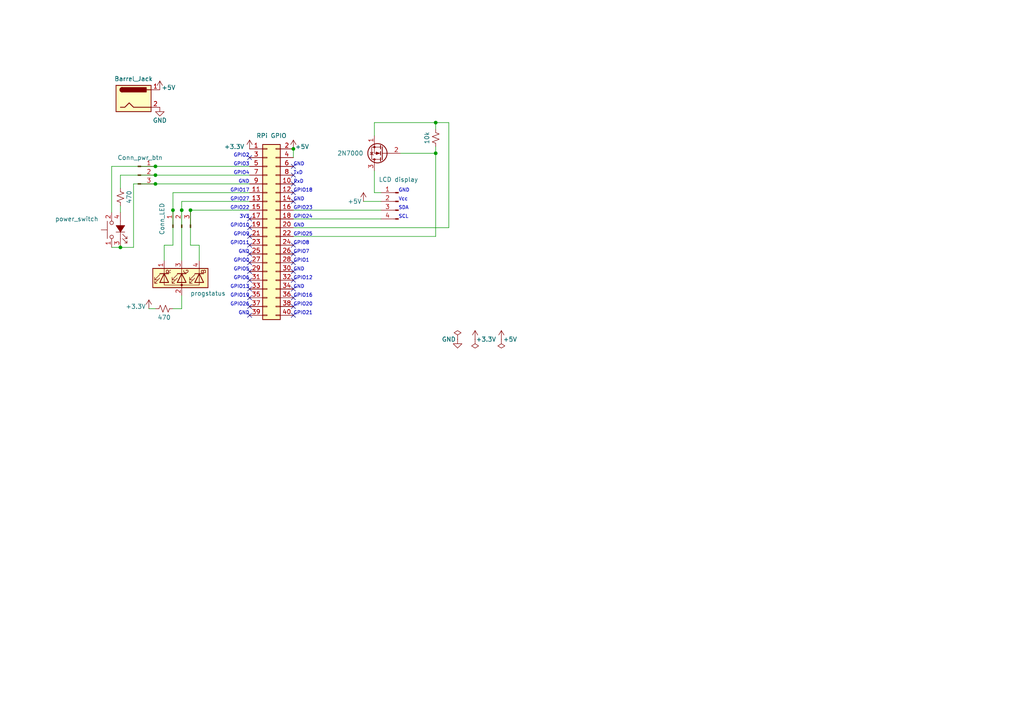
<source format=kicad_sch>
(kicad_sch (version 20230121) (generator eeschema)

  (uuid 5450171c-56ad-4342-93c8-b7157e6682f0)

  (paper "A4")

  (lib_symbols
    (symbol "Connector:Barrel_Jack" (pin_names (offset 1.016)) (in_bom yes) (on_board yes)
      (property "Reference" "J" (at 0 5.334 0)
        (effects (font (size 1.27 1.27)))
      )
      (property "Value" "Barrel_Jack" (at 0 -5.08 0)
        (effects (font (size 1.27 1.27)))
      )
      (property "Footprint" "" (at 1.27 -1.016 0)
        (effects (font (size 1.27 1.27)) hide)
      )
      (property "Datasheet" "~" (at 1.27 -1.016 0)
        (effects (font (size 1.27 1.27)) hide)
      )
      (property "ki_keywords" "DC power barrel jack connector" (at 0 0 0)
        (effects (font (size 1.27 1.27)) hide)
      )
      (property "ki_description" "DC Barrel Jack" (at 0 0 0)
        (effects (font (size 1.27 1.27)) hide)
      )
      (property "ki_fp_filters" "BarrelJack*" (at 0 0 0)
        (effects (font (size 1.27 1.27)) hide)
      )
      (symbol "Barrel_Jack_0_1"
        (rectangle (start -5.08 3.81) (end 5.08 -3.81)
          (stroke (width 0.254) (type default))
          (fill (type background))
        )
        (arc (start -3.302 3.175) (mid -3.9343 2.54) (end -3.302 1.905)
          (stroke (width 0.254) (type default))
          (fill (type none))
        )
        (arc (start -3.302 3.175) (mid -3.9343 2.54) (end -3.302 1.905)
          (stroke (width 0.254) (type default))
          (fill (type outline))
        )
        (polyline
          (pts
            (xy 5.08 2.54)
            (xy 3.81 2.54)
          )
          (stroke (width 0.254) (type default))
          (fill (type none))
        )
        (polyline
          (pts
            (xy -3.81 -2.54)
            (xy -2.54 -2.54)
            (xy -1.27 -1.27)
            (xy 0 -2.54)
            (xy 2.54 -2.54)
            (xy 5.08 -2.54)
          )
          (stroke (width 0.254) (type default))
          (fill (type none))
        )
        (rectangle (start 3.683 3.175) (end -3.302 1.905)
          (stroke (width 0.254) (type default))
          (fill (type outline))
        )
      )
      (symbol "Barrel_Jack_1_1"
        (pin passive line (at 7.62 2.54 180) (length 2.54)
          (name "~" (effects (font (size 1.27 1.27))))
          (number "1" (effects (font (size 1.27 1.27))))
        )
        (pin passive line (at 7.62 -2.54 180) (length 2.54)
          (name "~" (effects (font (size 1.27 1.27))))
          (number "2" (effects (font (size 1.27 1.27))))
        )
      )
    )
    (symbol "Connector:Conn_01x03_Pin" (pin_names (offset 1.016) hide) (in_bom yes) (on_board yes)
      (property "Reference" "J" (at 0 5.08 0)
        (effects (font (size 1.27 1.27)))
      )
      (property "Value" "Conn_01x03_Pin" (at 0 -5.08 0)
        (effects (font (size 1.27 1.27)))
      )
      (property "Footprint" "" (at 0 0 0)
        (effects (font (size 1.27 1.27)) hide)
      )
      (property "Datasheet" "~" (at 0 0 0)
        (effects (font (size 1.27 1.27)) hide)
      )
      (property "ki_locked" "" (at 0 0 0)
        (effects (font (size 1.27 1.27)))
      )
      (property "ki_keywords" "connector" (at 0 0 0)
        (effects (font (size 1.27 1.27)) hide)
      )
      (property "ki_description" "Generic connector, single row, 01x03, script generated" (at 0 0 0)
        (effects (font (size 1.27 1.27)) hide)
      )
      (property "ki_fp_filters" "Connector*:*_1x??_*" (at 0 0 0)
        (effects (font (size 1.27 1.27)) hide)
      )
      (symbol "Conn_01x03_Pin_1_1"
        (polyline
          (pts
            (xy 1.27 -2.54)
            (xy 0.8636 -2.54)
          )
          (stroke (width 0.1524) (type default))
          (fill (type none))
        )
        (polyline
          (pts
            (xy 1.27 0)
            (xy 0.8636 0)
          )
          (stroke (width 0.1524) (type default))
          (fill (type none))
        )
        (polyline
          (pts
            (xy 1.27 2.54)
            (xy 0.8636 2.54)
          )
          (stroke (width 0.1524) (type default))
          (fill (type none))
        )
        (rectangle (start 0.8636 -2.413) (end 0 -2.667)
          (stroke (width 0.1524) (type default))
          (fill (type outline))
        )
        (rectangle (start 0.8636 0.127) (end 0 -0.127)
          (stroke (width 0.1524) (type default))
          (fill (type outline))
        )
        (rectangle (start 0.8636 2.667) (end 0 2.413)
          (stroke (width 0.1524) (type default))
          (fill (type outline))
        )
        (pin passive line (at 5.08 2.54 180) (length 3.81)
          (name "Pin_1" (effects (font (size 1.27 1.27))))
          (number "1" (effects (font (size 1.27 1.27))))
        )
        (pin passive line (at 5.08 0 180) (length 3.81)
          (name "Pin_2" (effects (font (size 1.27 1.27))))
          (number "2" (effects (font (size 1.27 1.27))))
        )
        (pin passive line (at 5.08 -2.54 180) (length 3.81)
          (name "Pin_3" (effects (font (size 1.27 1.27))))
          (number "3" (effects (font (size 1.27 1.27))))
        )
      )
    )
    (symbol "Connector:Conn_01x04_Pin" (pin_names (offset 1.016) hide) (in_bom yes) (on_board yes)
      (property "Reference" "J" (at 0 5.08 0)
        (effects (font (size 1.27 1.27)))
      )
      (property "Value" "Conn_01x04_Pin" (at 0 -7.62 0)
        (effects (font (size 1.27 1.27)))
      )
      (property "Footprint" "" (at 0 0 0)
        (effects (font (size 1.27 1.27)) hide)
      )
      (property "Datasheet" "~" (at 0 0 0)
        (effects (font (size 1.27 1.27)) hide)
      )
      (property "ki_locked" "" (at 0 0 0)
        (effects (font (size 1.27 1.27)))
      )
      (property "ki_keywords" "connector" (at 0 0 0)
        (effects (font (size 1.27 1.27)) hide)
      )
      (property "ki_description" "Generic connector, single row, 01x04, script generated" (at 0 0 0)
        (effects (font (size 1.27 1.27)) hide)
      )
      (property "ki_fp_filters" "Connector*:*_1x??_*" (at 0 0 0)
        (effects (font (size 1.27 1.27)) hide)
      )
      (symbol "Conn_01x04_Pin_1_1"
        (polyline
          (pts
            (xy 1.27 -5.08)
            (xy 0.8636 -5.08)
          )
          (stroke (width 0.1524) (type default))
          (fill (type none))
        )
        (polyline
          (pts
            (xy 1.27 -2.54)
            (xy 0.8636 -2.54)
          )
          (stroke (width 0.1524) (type default))
          (fill (type none))
        )
        (polyline
          (pts
            (xy 1.27 0)
            (xy 0.8636 0)
          )
          (stroke (width 0.1524) (type default))
          (fill (type none))
        )
        (polyline
          (pts
            (xy 1.27 2.54)
            (xy 0.8636 2.54)
          )
          (stroke (width 0.1524) (type default))
          (fill (type none))
        )
        (rectangle (start 0.8636 -4.953) (end 0 -5.207)
          (stroke (width 0.1524) (type default))
          (fill (type outline))
        )
        (rectangle (start 0.8636 -2.413) (end 0 -2.667)
          (stroke (width 0.1524) (type default))
          (fill (type outline))
        )
        (rectangle (start 0.8636 0.127) (end 0 -0.127)
          (stroke (width 0.1524) (type default))
          (fill (type outline))
        )
        (rectangle (start 0.8636 2.667) (end 0 2.413)
          (stroke (width 0.1524) (type default))
          (fill (type outline))
        )
        (pin passive line (at 5.08 2.54 180) (length 3.81)
          (name "Pin_1" (effects (font (size 1.27 1.27))))
          (number "1" (effects (font (size 1.27 1.27))))
        )
        (pin passive line (at 5.08 0 180) (length 3.81)
          (name "Pin_2" (effects (font (size 1.27 1.27))))
          (number "2" (effects (font (size 1.27 1.27))))
        )
        (pin passive line (at 5.08 -2.54 180) (length 3.81)
          (name "Pin_3" (effects (font (size 1.27 1.27))))
          (number "3" (effects (font (size 1.27 1.27))))
        )
        (pin passive line (at 5.08 -5.08 180) (length 3.81)
          (name "Pin_4" (effects (font (size 1.27 1.27))))
          (number "4" (effects (font (size 1.27 1.27))))
        )
      )
    )
    (symbol "Connector_Generic:Conn_02x20_Odd_Even" (pin_names (offset 1.016) hide) (in_bom yes) (on_board yes)
      (property "Reference" "J" (at 1.27 25.4 0)
        (effects (font (size 1.27 1.27)))
      )
      (property "Value" "Conn_02x20_Odd_Even" (at 1.27 -27.94 0)
        (effects (font (size 1.27 1.27)))
      )
      (property "Footprint" "" (at 0 0 0)
        (effects (font (size 1.27 1.27)) hide)
      )
      (property "Datasheet" "~" (at 0 0 0)
        (effects (font (size 1.27 1.27)) hide)
      )
      (property "ki_keywords" "connector" (at 0 0 0)
        (effects (font (size 1.27 1.27)) hide)
      )
      (property "ki_description" "Generic connector, double row, 02x20, odd/even pin numbering scheme (row 1 odd numbers, row 2 even numbers), script generated (kicad-library-utils/schlib/autogen/connector/)" (at 0 0 0)
        (effects (font (size 1.27 1.27)) hide)
      )
      (property "ki_fp_filters" "Connector*:*_2x??_*" (at 0 0 0)
        (effects (font (size 1.27 1.27)) hide)
      )
      (symbol "Conn_02x20_Odd_Even_1_1"
        (rectangle (start -1.27 -25.273) (end 0 -25.527)
          (stroke (width 0.1524) (type default))
          (fill (type none))
        )
        (rectangle (start -1.27 -22.733) (end 0 -22.987)
          (stroke (width 0.1524) (type default))
          (fill (type none))
        )
        (rectangle (start -1.27 -20.193) (end 0 -20.447)
          (stroke (width 0.1524) (type default))
          (fill (type none))
        )
        (rectangle (start -1.27 -17.653) (end 0 -17.907)
          (stroke (width 0.1524) (type default))
          (fill (type none))
        )
        (rectangle (start -1.27 -15.113) (end 0 -15.367)
          (stroke (width 0.1524) (type default))
          (fill (type none))
        )
        (rectangle (start -1.27 -12.573) (end 0 -12.827)
          (stroke (width 0.1524) (type default))
          (fill (type none))
        )
        (rectangle (start -1.27 -10.033) (end 0 -10.287)
          (stroke (width 0.1524) (type default))
          (fill (type none))
        )
        (rectangle (start -1.27 -7.493) (end 0 -7.747)
          (stroke (width 0.1524) (type default))
          (fill (type none))
        )
        (rectangle (start -1.27 -4.953) (end 0 -5.207)
          (stroke (width 0.1524) (type default))
          (fill (type none))
        )
        (rectangle (start -1.27 -2.413) (end 0 -2.667)
          (stroke (width 0.1524) (type default))
          (fill (type none))
        )
        (rectangle (start -1.27 0.127) (end 0 -0.127)
          (stroke (width 0.1524) (type default))
          (fill (type none))
        )
        (rectangle (start -1.27 2.667) (end 0 2.413)
          (stroke (width 0.1524) (type default))
          (fill (type none))
        )
        (rectangle (start -1.27 5.207) (end 0 4.953)
          (stroke (width 0.1524) (type default))
          (fill (type none))
        )
        (rectangle (start -1.27 7.747) (end 0 7.493)
          (stroke (width 0.1524) (type default))
          (fill (type none))
        )
        (rectangle (start -1.27 10.287) (end 0 10.033)
          (stroke (width 0.1524) (type default))
          (fill (type none))
        )
        (rectangle (start -1.27 12.827) (end 0 12.573)
          (stroke (width 0.1524) (type default))
          (fill (type none))
        )
        (rectangle (start -1.27 15.367) (end 0 15.113)
          (stroke (width 0.1524) (type default))
          (fill (type none))
        )
        (rectangle (start -1.27 17.907) (end 0 17.653)
          (stroke (width 0.1524) (type default))
          (fill (type none))
        )
        (rectangle (start -1.27 20.447) (end 0 20.193)
          (stroke (width 0.1524) (type default))
          (fill (type none))
        )
        (rectangle (start -1.27 22.987) (end 0 22.733)
          (stroke (width 0.1524) (type default))
          (fill (type none))
        )
        (rectangle (start -1.27 24.13) (end 3.81 -26.67)
          (stroke (width 0.254) (type default))
          (fill (type background))
        )
        (rectangle (start 3.81 -25.273) (end 2.54 -25.527)
          (stroke (width 0.1524) (type default))
          (fill (type none))
        )
        (rectangle (start 3.81 -22.733) (end 2.54 -22.987)
          (stroke (width 0.1524) (type default))
          (fill (type none))
        )
        (rectangle (start 3.81 -20.193) (end 2.54 -20.447)
          (stroke (width 0.1524) (type default))
          (fill (type none))
        )
        (rectangle (start 3.81 -17.653) (end 2.54 -17.907)
          (stroke (width 0.1524) (type default))
          (fill (type none))
        )
        (rectangle (start 3.81 -15.113) (end 2.54 -15.367)
          (stroke (width 0.1524) (type default))
          (fill (type none))
        )
        (rectangle (start 3.81 -12.573) (end 2.54 -12.827)
          (stroke (width 0.1524) (type default))
          (fill (type none))
        )
        (rectangle (start 3.81 -10.033) (end 2.54 -10.287)
          (stroke (width 0.1524) (type default))
          (fill (type none))
        )
        (rectangle (start 3.81 -7.493) (end 2.54 -7.747)
          (stroke (width 0.1524) (type default))
          (fill (type none))
        )
        (rectangle (start 3.81 -4.953) (end 2.54 -5.207)
          (stroke (width 0.1524) (type default))
          (fill (type none))
        )
        (rectangle (start 3.81 -2.413) (end 2.54 -2.667)
          (stroke (width 0.1524) (type default))
          (fill (type none))
        )
        (rectangle (start 3.81 0.127) (end 2.54 -0.127)
          (stroke (width 0.1524) (type default))
          (fill (type none))
        )
        (rectangle (start 3.81 2.667) (end 2.54 2.413)
          (stroke (width 0.1524) (type default))
          (fill (type none))
        )
        (rectangle (start 3.81 5.207) (end 2.54 4.953)
          (stroke (width 0.1524) (type default))
          (fill (type none))
        )
        (rectangle (start 3.81 7.747) (end 2.54 7.493)
          (stroke (width 0.1524) (type default))
          (fill (type none))
        )
        (rectangle (start 3.81 10.287) (end 2.54 10.033)
          (stroke (width 0.1524) (type default))
          (fill (type none))
        )
        (rectangle (start 3.81 12.827) (end 2.54 12.573)
          (stroke (width 0.1524) (type default))
          (fill (type none))
        )
        (rectangle (start 3.81 15.367) (end 2.54 15.113)
          (stroke (width 0.1524) (type default))
          (fill (type none))
        )
        (rectangle (start 3.81 17.907) (end 2.54 17.653)
          (stroke (width 0.1524) (type default))
          (fill (type none))
        )
        (rectangle (start 3.81 20.447) (end 2.54 20.193)
          (stroke (width 0.1524) (type default))
          (fill (type none))
        )
        (rectangle (start 3.81 22.987) (end 2.54 22.733)
          (stroke (width 0.1524) (type default))
          (fill (type none))
        )
        (pin passive line (at -5.08 22.86 0) (length 3.81)
          (name "Pin_1" (effects (font (size 1.27 1.27))))
          (number "1" (effects (font (size 1.27 1.27))))
        )
        (pin passive line (at 7.62 12.7 180) (length 3.81)
          (name "Pin_10" (effects (font (size 1.27 1.27))))
          (number "10" (effects (font (size 1.27 1.27))))
        )
        (pin passive line (at -5.08 10.16 0) (length 3.81)
          (name "Pin_11" (effects (font (size 1.27 1.27))))
          (number "11" (effects (font (size 1.27 1.27))))
        )
        (pin passive line (at 7.62 10.16 180) (length 3.81)
          (name "Pin_12" (effects (font (size 1.27 1.27))))
          (number "12" (effects (font (size 1.27 1.27))))
        )
        (pin passive line (at -5.08 7.62 0) (length 3.81)
          (name "Pin_13" (effects (font (size 1.27 1.27))))
          (number "13" (effects (font (size 1.27 1.27))))
        )
        (pin passive line (at 7.62 7.62 180) (length 3.81)
          (name "Pin_14" (effects (font (size 1.27 1.27))))
          (number "14" (effects (font (size 1.27 1.27))))
        )
        (pin passive line (at -5.08 5.08 0) (length 3.81)
          (name "Pin_15" (effects (font (size 1.27 1.27))))
          (number "15" (effects (font (size 1.27 1.27))))
        )
        (pin passive line (at 7.62 5.08 180) (length 3.81)
          (name "Pin_16" (effects (font (size 1.27 1.27))))
          (number "16" (effects (font (size 1.27 1.27))))
        )
        (pin passive line (at -5.08 2.54 0) (length 3.81)
          (name "Pin_17" (effects (font (size 1.27 1.27))))
          (number "17" (effects (font (size 1.27 1.27))))
        )
        (pin passive line (at 7.62 2.54 180) (length 3.81)
          (name "Pin_18" (effects (font (size 1.27 1.27))))
          (number "18" (effects (font (size 1.27 1.27))))
        )
        (pin passive line (at -5.08 0 0) (length 3.81)
          (name "Pin_19" (effects (font (size 1.27 1.27))))
          (number "19" (effects (font (size 1.27 1.27))))
        )
        (pin passive line (at 7.62 22.86 180) (length 3.81)
          (name "Pin_2" (effects (font (size 1.27 1.27))))
          (number "2" (effects (font (size 1.27 1.27))))
        )
        (pin passive line (at 7.62 0 180) (length 3.81)
          (name "Pin_20" (effects (font (size 1.27 1.27))))
          (number "20" (effects (font (size 1.27 1.27))))
        )
        (pin passive line (at -5.08 -2.54 0) (length 3.81)
          (name "Pin_21" (effects (font (size 1.27 1.27))))
          (number "21" (effects (font (size 1.27 1.27))))
        )
        (pin passive line (at 7.62 -2.54 180) (length 3.81)
          (name "Pin_22" (effects (font (size 1.27 1.27))))
          (number "22" (effects (font (size 1.27 1.27))))
        )
        (pin passive line (at -5.08 -5.08 0) (length 3.81)
          (name "Pin_23" (effects (font (size 1.27 1.27))))
          (number "23" (effects (font (size 1.27 1.27))))
        )
        (pin passive line (at 7.62 -5.08 180) (length 3.81)
          (name "Pin_24" (effects (font (size 1.27 1.27))))
          (number "24" (effects (font (size 1.27 1.27))))
        )
        (pin passive line (at -5.08 -7.62 0) (length 3.81)
          (name "Pin_25" (effects (font (size 1.27 1.27))))
          (number "25" (effects (font (size 1.27 1.27))))
        )
        (pin passive line (at 7.62 -7.62 180) (length 3.81)
          (name "Pin_26" (effects (font (size 1.27 1.27))))
          (number "26" (effects (font (size 1.27 1.27))))
        )
        (pin passive line (at -5.08 -10.16 0) (length 3.81)
          (name "Pin_27" (effects (font (size 1.27 1.27))))
          (number "27" (effects (font (size 1.27 1.27))))
        )
        (pin passive line (at 7.62 -10.16 180) (length 3.81)
          (name "Pin_28" (effects (font (size 1.27 1.27))))
          (number "28" (effects (font (size 1.27 1.27))))
        )
        (pin passive line (at -5.08 -12.7 0) (length 3.81)
          (name "Pin_29" (effects (font (size 1.27 1.27))))
          (number "29" (effects (font (size 1.27 1.27))))
        )
        (pin passive line (at -5.08 20.32 0) (length 3.81)
          (name "Pin_3" (effects (font (size 1.27 1.27))))
          (number "3" (effects (font (size 1.27 1.27))))
        )
        (pin passive line (at 7.62 -12.7 180) (length 3.81)
          (name "Pin_30" (effects (font (size 1.27 1.27))))
          (number "30" (effects (font (size 1.27 1.27))))
        )
        (pin passive line (at -5.08 -15.24 0) (length 3.81)
          (name "Pin_31" (effects (font (size 1.27 1.27))))
          (number "31" (effects (font (size 1.27 1.27))))
        )
        (pin passive line (at 7.62 -15.24 180) (length 3.81)
          (name "Pin_32" (effects (font (size 1.27 1.27))))
          (number "32" (effects (font (size 1.27 1.27))))
        )
        (pin passive line (at -5.08 -17.78 0) (length 3.81)
          (name "Pin_33" (effects (font (size 1.27 1.27))))
          (number "33" (effects (font (size 1.27 1.27))))
        )
        (pin passive line (at 7.62 -17.78 180) (length 3.81)
          (name "Pin_34" (effects (font (size 1.27 1.27))))
          (number "34" (effects (font (size 1.27 1.27))))
        )
        (pin passive line (at -5.08 -20.32 0) (length 3.81)
          (name "Pin_35" (effects (font (size 1.27 1.27))))
          (number "35" (effects (font (size 1.27 1.27))))
        )
        (pin passive line (at 7.62 -20.32 180) (length 3.81)
          (name "Pin_36" (effects (font (size 1.27 1.27))))
          (number "36" (effects (font (size 1.27 1.27))))
        )
        (pin passive line (at -5.08 -22.86 0) (length 3.81)
          (name "Pin_37" (effects (font (size 1.27 1.27))))
          (number "37" (effects (font (size 1.27 1.27))))
        )
        (pin passive line (at 7.62 -22.86 180) (length 3.81)
          (name "Pin_38" (effects (font (size 1.27 1.27))))
          (number "38" (effects (font (size 1.27 1.27))))
        )
        (pin passive line (at -5.08 -25.4 0) (length 3.81)
          (name "Pin_39" (effects (font (size 1.27 1.27))))
          (number "39" (effects (font (size 1.27 1.27))))
        )
        (pin passive line (at 7.62 20.32 180) (length 3.81)
          (name "Pin_4" (effects (font (size 1.27 1.27))))
          (number "4" (effects (font (size 1.27 1.27))))
        )
        (pin passive line (at 7.62 -25.4 180) (length 3.81)
          (name "Pin_40" (effects (font (size 1.27 1.27))))
          (number "40" (effects (font (size 1.27 1.27))))
        )
        (pin passive line (at -5.08 17.78 0) (length 3.81)
          (name "Pin_5" (effects (font (size 1.27 1.27))))
          (number "5" (effects (font (size 1.27 1.27))))
        )
        (pin passive line (at 7.62 17.78 180) (length 3.81)
          (name "Pin_6" (effects (font (size 1.27 1.27))))
          (number "6" (effects (font (size 1.27 1.27))))
        )
        (pin passive line (at -5.08 15.24 0) (length 3.81)
          (name "Pin_7" (effects (font (size 1.27 1.27))))
          (number "7" (effects (font (size 1.27 1.27))))
        )
        (pin passive line (at 7.62 15.24 180) (length 3.81)
          (name "Pin_8" (effects (font (size 1.27 1.27))))
          (number "8" (effects (font (size 1.27 1.27))))
        )
        (pin passive line (at -5.08 12.7 0) (length 3.81)
          (name "Pin_9" (effects (font (size 1.27 1.27))))
          (number "9" (effects (font (size 1.27 1.27))))
        )
      )
    )
    (symbol "Device:LED_RAGB" (pin_names (offset 0) hide) (in_bom yes) (on_board yes)
      (property "Reference" "D" (at 0 9.398 0)
        (effects (font (size 1.27 1.27)))
      )
      (property "Value" "LED_RAGB" (at 0 -8.89 0)
        (effects (font (size 1.27 1.27)))
      )
      (property "Footprint" "" (at 0 -1.27 0)
        (effects (font (size 1.27 1.27)) hide)
      )
      (property "Datasheet" "~" (at 0 -1.27 0)
        (effects (font (size 1.27 1.27)) hide)
      )
      (property "ki_keywords" "LED RGB diode" (at 0 0 0)
        (effects (font (size 1.27 1.27)) hide)
      )
      (property "ki_description" "RGB LED, red/anode/green/blue" (at 0 0 0)
        (effects (font (size 1.27 1.27)) hide)
      )
      (property "ki_fp_filters" "LED* LED_SMD:* LED_THT:*" (at 0 0 0)
        (effects (font (size 1.27 1.27)) hide)
      )
      (symbol "LED_RAGB_0_0"
        (text "B" (at -1.905 -6.35 0)
          (effects (font (size 1.27 1.27)))
        )
        (text "G" (at -1.905 -1.27 0)
          (effects (font (size 1.27 1.27)))
        )
        (text "R" (at -1.905 3.81 0)
          (effects (font (size 1.27 1.27)))
        )
      )
      (symbol "LED_RAGB_0_1"
        (polyline
          (pts
            (xy -1.27 -5.08)
            (xy -2.54 -5.08)
          )
          (stroke (width 0) (type default))
          (fill (type none))
        )
        (polyline
          (pts
            (xy -1.27 -5.08)
            (xy 1.27 -5.08)
          )
          (stroke (width 0) (type default))
          (fill (type none))
        )
        (polyline
          (pts
            (xy -1.27 -3.81)
            (xy -1.27 -6.35)
          )
          (stroke (width 0.254) (type default))
          (fill (type none))
        )
        (polyline
          (pts
            (xy -1.27 0)
            (xy -2.54 0)
          )
          (stroke (width 0) (type default))
          (fill (type none))
        )
        (polyline
          (pts
            (xy -1.27 1.27)
            (xy -1.27 -1.27)
          )
          (stroke (width 0.254) (type default))
          (fill (type none))
        )
        (polyline
          (pts
            (xy -1.27 5.08)
            (xy -2.54 5.08)
          )
          (stroke (width 0) (type default))
          (fill (type none))
        )
        (polyline
          (pts
            (xy -1.27 5.08)
            (xy 1.27 5.08)
          )
          (stroke (width 0) (type default))
          (fill (type none))
        )
        (polyline
          (pts
            (xy -1.27 6.35)
            (xy -1.27 3.81)
          )
          (stroke (width 0.254) (type default))
          (fill (type none))
        )
        (polyline
          (pts
            (xy 1.27 0)
            (xy -1.27 0)
          )
          (stroke (width 0) (type default))
          (fill (type none))
        )
        (polyline
          (pts
            (xy 1.27 0)
            (xy 2.54 0)
          )
          (stroke (width 0) (type default))
          (fill (type none))
        )
        (polyline
          (pts
            (xy -1.27 1.27)
            (xy -1.27 -1.27)
            (xy -1.27 -1.27)
          )
          (stroke (width 0) (type default))
          (fill (type none))
        )
        (polyline
          (pts
            (xy -1.27 6.35)
            (xy -1.27 3.81)
            (xy -1.27 3.81)
          )
          (stroke (width 0) (type default))
          (fill (type none))
        )
        (polyline
          (pts
            (xy 1.27 -5.08)
            (xy 2.032 -5.08)
            (xy 2.032 5.08)
            (xy 1.27 5.08)
          )
          (stroke (width 0) (type default))
          (fill (type none))
        )
        (polyline
          (pts
            (xy 1.27 -3.81)
            (xy 1.27 -6.35)
            (xy -1.27 -5.08)
            (xy 1.27 -3.81)
          )
          (stroke (width 0.254) (type default))
          (fill (type none))
        )
        (polyline
          (pts
            (xy 1.27 1.27)
            (xy 1.27 -1.27)
            (xy -1.27 0)
            (xy 1.27 1.27)
          )
          (stroke (width 0.254) (type default))
          (fill (type none))
        )
        (polyline
          (pts
            (xy 1.27 6.35)
            (xy 1.27 3.81)
            (xy -1.27 5.08)
            (xy 1.27 6.35)
          )
          (stroke (width 0.254) (type default))
          (fill (type none))
        )
        (polyline
          (pts
            (xy -1.016 -3.81)
            (xy 0.508 -2.286)
            (xy -0.254 -2.286)
            (xy 0.508 -2.286)
            (xy 0.508 -3.048)
          )
          (stroke (width 0) (type default))
          (fill (type none))
        )
        (polyline
          (pts
            (xy -1.016 1.27)
            (xy 0.508 2.794)
            (xy -0.254 2.794)
            (xy 0.508 2.794)
            (xy 0.508 2.032)
          )
          (stroke (width 0) (type default))
          (fill (type none))
        )
        (polyline
          (pts
            (xy -1.016 6.35)
            (xy 0.508 7.874)
            (xy -0.254 7.874)
            (xy 0.508 7.874)
            (xy 0.508 7.112)
          )
          (stroke (width 0) (type default))
          (fill (type none))
        )
        (polyline
          (pts
            (xy 0 -3.81)
            (xy 1.524 -2.286)
            (xy 0.762 -2.286)
            (xy 1.524 -2.286)
            (xy 1.524 -3.048)
          )
          (stroke (width 0) (type default))
          (fill (type none))
        )
        (polyline
          (pts
            (xy 0 1.27)
            (xy 1.524 2.794)
            (xy 0.762 2.794)
            (xy 1.524 2.794)
            (xy 1.524 2.032)
          )
          (stroke (width 0) (type default))
          (fill (type none))
        )
        (polyline
          (pts
            (xy 0 6.35)
            (xy 1.524 7.874)
            (xy 0.762 7.874)
            (xy 1.524 7.874)
            (xy 1.524 7.112)
          )
          (stroke (width 0) (type default))
          (fill (type none))
        )
        (rectangle (start 1.27 -1.27) (end 1.27 1.27)
          (stroke (width 0) (type default))
          (fill (type none))
        )
        (rectangle (start 1.27 1.27) (end 1.27 1.27)
          (stroke (width 0) (type default))
          (fill (type none))
        )
        (rectangle (start 1.27 3.81) (end 1.27 6.35)
          (stroke (width 0) (type default))
          (fill (type none))
        )
        (rectangle (start 1.27 6.35) (end 1.27 6.35)
          (stroke (width 0) (type default))
          (fill (type none))
        )
        (circle (center 2.032 0) (radius 0.254)
          (stroke (width 0) (type default))
          (fill (type outline))
        )
        (rectangle (start 2.794 8.382) (end -2.794 -7.62)
          (stroke (width 0.254) (type default))
          (fill (type background))
        )
      )
      (symbol "LED_RAGB_1_1"
        (pin passive line (at -5.08 5.08 0) (length 2.54)
          (name "RK" (effects (font (size 1.27 1.27))))
          (number "1" (effects (font (size 1.27 1.27))))
        )
        (pin passive line (at 5.08 0 180) (length 2.54)
          (name "A" (effects (font (size 1.27 1.27))))
          (number "2" (effects (font (size 1.27 1.27))))
        )
        (pin passive line (at -5.08 0 0) (length 2.54)
          (name "GK" (effects (font (size 1.27 1.27))))
          (number "3" (effects (font (size 1.27 1.27))))
        )
        (pin passive line (at -5.08 -5.08 0) (length 2.54)
          (name "BK" (effects (font (size 1.27 1.27))))
          (number "4" (effects (font (size 1.27 1.27))))
        )
      )
    )
    (symbol "Device:R_Small_US" (pin_numbers hide) (pin_names (offset 0.254) hide) (in_bom yes) (on_board yes)
      (property "Reference" "R" (at 0.762 0.508 0)
        (effects (font (size 1.27 1.27)) (justify left))
      )
      (property "Value" "R_Small_US" (at 0.762 -1.016 0)
        (effects (font (size 1.27 1.27)) (justify left))
      )
      (property "Footprint" "" (at 0 0 0)
        (effects (font (size 1.27 1.27)) hide)
      )
      (property "Datasheet" "~" (at 0 0 0)
        (effects (font (size 1.27 1.27)) hide)
      )
      (property "ki_keywords" "r resistor" (at 0 0 0)
        (effects (font (size 1.27 1.27)) hide)
      )
      (property "ki_description" "Resistor, small US symbol" (at 0 0 0)
        (effects (font (size 1.27 1.27)) hide)
      )
      (property "ki_fp_filters" "R_*" (at 0 0 0)
        (effects (font (size 1.27 1.27)) hide)
      )
      (symbol "R_Small_US_1_1"
        (polyline
          (pts
            (xy 0 0)
            (xy 1.016 -0.381)
            (xy 0 -0.762)
            (xy -1.016 -1.143)
            (xy 0 -1.524)
          )
          (stroke (width 0) (type default))
          (fill (type none))
        )
        (polyline
          (pts
            (xy 0 1.524)
            (xy 1.016 1.143)
            (xy 0 0.762)
            (xy -1.016 0.381)
            (xy 0 0)
          )
          (stroke (width 0) (type default))
          (fill (type none))
        )
        (pin passive line (at 0 2.54 270) (length 1.016)
          (name "~" (effects (font (size 1.27 1.27))))
          (number "1" (effects (font (size 1.27 1.27))))
        )
        (pin passive line (at 0 -2.54 90) (length 1.016)
          (name "~" (effects (font (size 1.27 1.27))))
          (number "2" (effects (font (size 1.27 1.27))))
        )
      )
    )
    (symbol "Switch:SW_Push_LED" (pin_names (offset 1.016) hide) (in_bom yes) (on_board yes)
      (property "Reference" "SW" (at 0.635 5.715 0)
        (effects (font (size 1.27 1.27)) (justify left))
      )
      (property "Value" "SW_Push_LED" (at 0 -3.175 0)
        (effects (font (size 1.27 1.27)))
      )
      (property "Footprint" "" (at 0 7.62 0)
        (effects (font (size 1.27 1.27)) hide)
      )
      (property "Datasheet" "~" (at 0 7.62 0)
        (effects (font (size 1.27 1.27)) hide)
      )
      (property "ki_keywords" "switch normally-open pushbutton push-button LED" (at 0 0 0)
        (effects (font (size 1.27 1.27)) hide)
      )
      (property "ki_description" "Push button switch with LED, generic" (at 0 0 0)
        (effects (font (size 1.27 1.27)) hide)
      )
      (symbol "SW_Push_LED_0_0"
        (polyline
          (pts
            (xy -3.81 -1.905)
            (xy -2.54 -0.635)
          )
          (stroke (width 0) (type default))
          (fill (type none))
        )
        (polyline
          (pts
            (xy -2.54 -1.905)
            (xy -1.27 -0.635)
          )
          (stroke (width 0) (type default))
          (fill (type none))
        )
        (polyline
          (pts
            (xy -2.54 0)
            (xy 2.54 0)
          )
          (stroke (width 0) (type default))
          (fill (type none))
        )
        (polyline
          (pts
            (xy -0.635 1.27)
            (xy -0.635 -1.27)
          )
          (stroke (width 0) (type default))
          (fill (type none))
        )
        (polyline
          (pts
            (xy -3.81 -1.27)
            (xy -3.81 -1.905)
            (xy -3.175 -1.905)
          )
          (stroke (width 0) (type default))
          (fill (type none))
        )
        (polyline
          (pts
            (xy -2.54 -1.27)
            (xy -2.54 -1.905)
            (xy -1.905 -1.905)
          )
          (stroke (width 0) (type default))
          (fill (type none))
        )
        (polyline
          (pts
            (xy -0.635 0)
            (xy 1.27 1.27)
            (xy 1.27 -1.27)
            (xy -0.635 0)
          )
          (stroke (width 0) (type default))
          (fill (type outline))
        )
      )
      (symbol "SW_Push_LED_0_1"
        (circle (center -2.032 2.54) (radius 0.508)
          (stroke (width 0) (type default))
          (fill (type none))
        )
        (polyline
          (pts
            (xy 0 3.81)
            (xy 0 5.588)
          )
          (stroke (width 0) (type default))
          (fill (type none))
        )
        (polyline
          (pts
            (xy 2.54 3.81)
            (xy -2.54 3.81)
          )
          (stroke (width 0) (type default))
          (fill (type none))
        )
        (circle (center 2.032 2.54) (radius 0.508)
          (stroke (width 0) (type default))
          (fill (type none))
        )
        (pin passive line (at -5.08 2.54 0) (length 2.54)
          (name "1" (effects (font (size 1.27 1.27))))
          (number "1" (effects (font (size 1.27 1.27))))
        )
        (pin passive line (at 5.08 2.54 180) (length 2.54)
          (name "2" (effects (font (size 1.27 1.27))))
          (number "2" (effects (font (size 1.27 1.27))))
        )
        (pin passive line (at -5.08 0 0) (length 2.54)
          (name "K" (effects (font (size 1.27 1.27))))
          (number "3" (effects (font (size 1.27 1.27))))
        )
        (pin passive line (at 5.08 0 180) (length 2.54)
          (name "A" (effects (font (size 1.27 1.27))))
          (number "4" (effects (font (size 1.27 1.27))))
        )
      )
    )
    (symbol "Transistor_FET:2N7000" (pin_names hide) (in_bom yes) (on_board yes)
      (property "Reference" "Q" (at 5.08 1.905 0)
        (effects (font (size 1.27 1.27)) (justify left))
      )
      (property "Value" "2N7000" (at 5.08 0 0)
        (effects (font (size 1.27 1.27)) (justify left))
      )
      (property "Footprint" "Package_TO_SOT_THT:TO-92_Inline" (at 5.08 -1.905 0)
        (effects (font (size 1.27 1.27) italic) (justify left) hide)
      )
      (property "Datasheet" "https://www.vishay.com/docs/70226/70226.pdf" (at 0 0 0)
        (effects (font (size 1.27 1.27)) (justify left) hide)
      )
      (property "ki_keywords" "N-Channel MOSFET Logic-Level" (at 0 0 0)
        (effects (font (size 1.27 1.27)) hide)
      )
      (property "ki_description" "0.2A Id, 200V Vds, N-Channel MOSFET, 2.6V Logic Level, TO-92" (at 0 0 0)
        (effects (font (size 1.27 1.27)) hide)
      )
      (property "ki_fp_filters" "TO?92*" (at 0 0 0)
        (effects (font (size 1.27 1.27)) hide)
      )
      (symbol "2N7000_0_1"
        (polyline
          (pts
            (xy 0.254 0)
            (xy -2.54 0)
          )
          (stroke (width 0) (type default))
          (fill (type none))
        )
        (polyline
          (pts
            (xy 0.254 1.905)
            (xy 0.254 -1.905)
          )
          (stroke (width 0.254) (type default))
          (fill (type none))
        )
        (polyline
          (pts
            (xy 0.762 -1.27)
            (xy 0.762 -2.286)
          )
          (stroke (width 0.254) (type default))
          (fill (type none))
        )
        (polyline
          (pts
            (xy 0.762 0.508)
            (xy 0.762 -0.508)
          )
          (stroke (width 0.254) (type default))
          (fill (type none))
        )
        (polyline
          (pts
            (xy 0.762 2.286)
            (xy 0.762 1.27)
          )
          (stroke (width 0.254) (type default))
          (fill (type none))
        )
        (polyline
          (pts
            (xy 2.54 2.54)
            (xy 2.54 1.778)
          )
          (stroke (width 0) (type default))
          (fill (type none))
        )
        (polyline
          (pts
            (xy 2.54 -2.54)
            (xy 2.54 0)
            (xy 0.762 0)
          )
          (stroke (width 0) (type default))
          (fill (type none))
        )
        (polyline
          (pts
            (xy 0.762 -1.778)
            (xy 3.302 -1.778)
            (xy 3.302 1.778)
            (xy 0.762 1.778)
          )
          (stroke (width 0) (type default))
          (fill (type none))
        )
        (polyline
          (pts
            (xy 1.016 0)
            (xy 2.032 0.381)
            (xy 2.032 -0.381)
            (xy 1.016 0)
          )
          (stroke (width 0) (type default))
          (fill (type outline))
        )
        (polyline
          (pts
            (xy 2.794 0.508)
            (xy 2.921 0.381)
            (xy 3.683 0.381)
            (xy 3.81 0.254)
          )
          (stroke (width 0) (type default))
          (fill (type none))
        )
        (polyline
          (pts
            (xy 3.302 0.381)
            (xy 2.921 -0.254)
            (xy 3.683 -0.254)
            (xy 3.302 0.381)
          )
          (stroke (width 0) (type default))
          (fill (type none))
        )
        (circle (center 1.651 0) (radius 2.794)
          (stroke (width 0.254) (type default))
          (fill (type none))
        )
        (circle (center 2.54 -1.778) (radius 0.254)
          (stroke (width 0) (type default))
          (fill (type outline))
        )
        (circle (center 2.54 1.778) (radius 0.254)
          (stroke (width 0) (type default))
          (fill (type outline))
        )
      )
      (symbol "2N7000_1_1"
        (pin passive line (at 2.54 -5.08 90) (length 2.54)
          (name "S" (effects (font (size 1.27 1.27))))
          (number "1" (effects (font (size 1.27 1.27))))
        )
        (pin input line (at -5.08 0 0) (length 2.54)
          (name "G" (effects (font (size 1.27 1.27))))
          (number "2" (effects (font (size 1.27 1.27))))
        )
        (pin passive line (at 2.54 5.08 270) (length 2.54)
          (name "D" (effects (font (size 1.27 1.27))))
          (number "3" (effects (font (size 1.27 1.27))))
        )
      )
    )
    (symbol "power:+3.3V" (power) (pin_names (offset 0)) (in_bom yes) (on_board yes)
      (property "Reference" "#PWR" (at 0 -3.81 0)
        (effects (font (size 1.27 1.27)) hide)
      )
      (property "Value" "+3.3V" (at 0 3.556 0)
        (effects (font (size 1.27 1.27)))
      )
      (property "Footprint" "" (at 0 0 0)
        (effects (font (size 1.27 1.27)) hide)
      )
      (property "Datasheet" "" (at 0 0 0)
        (effects (font (size 1.27 1.27)) hide)
      )
      (property "ki_keywords" "global power" (at 0 0 0)
        (effects (font (size 1.27 1.27)) hide)
      )
      (property "ki_description" "Power symbol creates a global label with name \"+3.3V\"" (at 0 0 0)
        (effects (font (size 1.27 1.27)) hide)
      )
      (symbol "+3.3V_0_1"
        (polyline
          (pts
            (xy -0.762 1.27)
            (xy 0 2.54)
          )
          (stroke (width 0) (type default))
          (fill (type none))
        )
        (polyline
          (pts
            (xy 0 0)
            (xy 0 2.54)
          )
          (stroke (width 0) (type default))
          (fill (type none))
        )
        (polyline
          (pts
            (xy 0 2.54)
            (xy 0.762 1.27)
          )
          (stroke (width 0) (type default))
          (fill (type none))
        )
      )
      (symbol "+3.3V_1_1"
        (pin power_in line (at 0 0 90) (length 0) hide
          (name "+3.3V" (effects (font (size 1.27 1.27))))
          (number "1" (effects (font (size 1.27 1.27))))
        )
      )
    )
    (symbol "power:+5V" (power) (pin_names (offset 0)) (in_bom yes) (on_board yes)
      (property "Reference" "#PWR" (at 0 -3.81 0)
        (effects (font (size 1.27 1.27)) hide)
      )
      (property "Value" "+5V" (at 0 3.556 0)
        (effects (font (size 1.27 1.27)))
      )
      (property "Footprint" "" (at 0 0 0)
        (effects (font (size 1.27 1.27)) hide)
      )
      (property "Datasheet" "" (at 0 0 0)
        (effects (font (size 1.27 1.27)) hide)
      )
      (property "ki_keywords" "global power" (at 0 0 0)
        (effects (font (size 1.27 1.27)) hide)
      )
      (property "ki_description" "Power symbol creates a global label with name \"+5V\"" (at 0 0 0)
        (effects (font (size 1.27 1.27)) hide)
      )
      (symbol "+5V_0_1"
        (polyline
          (pts
            (xy -0.762 1.27)
            (xy 0 2.54)
          )
          (stroke (width 0) (type default))
          (fill (type none))
        )
        (polyline
          (pts
            (xy 0 0)
            (xy 0 2.54)
          )
          (stroke (width 0) (type default))
          (fill (type none))
        )
        (polyline
          (pts
            (xy 0 2.54)
            (xy 0.762 1.27)
          )
          (stroke (width 0) (type default))
          (fill (type none))
        )
      )
      (symbol "+5V_1_1"
        (pin power_in line (at 0 0 90) (length 0) hide
          (name "+5V" (effects (font (size 1.27 1.27))))
          (number "1" (effects (font (size 1.27 1.27))))
        )
      )
    )
    (symbol "power:GND" (power) (pin_names (offset 0)) (in_bom yes) (on_board yes)
      (property "Reference" "#PWR" (at 0 -6.35 0)
        (effects (font (size 1.27 1.27)) hide)
      )
      (property "Value" "GND" (at 0 -3.81 0)
        (effects (font (size 1.27 1.27)))
      )
      (property "Footprint" "" (at 0 0 0)
        (effects (font (size 1.27 1.27)) hide)
      )
      (property "Datasheet" "" (at 0 0 0)
        (effects (font (size 1.27 1.27)) hide)
      )
      (property "ki_keywords" "global power" (at 0 0 0)
        (effects (font (size 1.27 1.27)) hide)
      )
      (property "ki_description" "Power symbol creates a global label with name \"GND\" , ground" (at 0 0 0)
        (effects (font (size 1.27 1.27)) hide)
      )
      (symbol "GND_0_1"
        (polyline
          (pts
            (xy 0 0)
            (xy 0 -1.27)
            (xy 1.27 -1.27)
            (xy 0 -2.54)
            (xy -1.27 -1.27)
            (xy 0 -1.27)
          )
          (stroke (width 0) (type default))
          (fill (type none))
        )
      )
      (symbol "GND_1_1"
        (pin power_in line (at 0 0 270) (length 0) hide
          (name "GND" (effects (font (size 1.27 1.27))))
          (number "1" (effects (font (size 1.27 1.27))))
        )
      )
    )
    (symbol "power:PWR_FLAG" (power) (pin_numbers hide) (pin_names (offset 0) hide) (in_bom yes) (on_board yes)
      (property "Reference" "#FLG" (at 0 1.905 0)
        (effects (font (size 1.27 1.27)) hide)
      )
      (property "Value" "PWR_FLAG" (at 0 3.81 0)
        (effects (font (size 1.27 1.27)))
      )
      (property "Footprint" "" (at 0 0 0)
        (effects (font (size 1.27 1.27)) hide)
      )
      (property "Datasheet" "~" (at 0 0 0)
        (effects (font (size 1.27 1.27)) hide)
      )
      (property "ki_keywords" "flag power" (at 0 0 0)
        (effects (font (size 1.27 1.27)) hide)
      )
      (property "ki_description" "Special symbol for telling ERC where power comes from" (at 0 0 0)
        (effects (font (size 1.27 1.27)) hide)
      )
      (symbol "PWR_FLAG_0_0"
        (pin power_out line (at 0 0 90) (length 0)
          (name "pwr" (effects (font (size 1.27 1.27))))
          (number "1" (effects (font (size 1.27 1.27))))
        )
      )
      (symbol "PWR_FLAG_0_1"
        (polyline
          (pts
            (xy 0 0)
            (xy 0 1.27)
            (xy -1.016 1.905)
            (xy 0 2.54)
            (xy 1.016 1.905)
            (xy 0 1.27)
          )
          (stroke (width 0) (type default))
          (fill (type none))
        )
      )
    )
  )

  (junction (at 45.085 53.34) (diameter 0) (color 0 0 0 0)
    (uuid 1bd720f2-08b8-44d9-954e-6606df057df6)
  )
  (junction (at 50.165 60.96) (diameter 0) (color 0 0 0 0)
    (uuid 37a23a39-7125-4290-8d75-3afcc01bbe92)
  )
  (junction (at 52.705 60.96) (diameter 0) (color 0 0 0 0)
    (uuid 752a5c22-a8ed-493f-9421-3e5fd7c1eb50)
  )
  (junction (at 34.925 71.755) (diameter 0) (color 0 0 0 0)
    (uuid 8d8cff97-bece-40b0-9f82-1b1583cc3e5e)
  )
  (junction (at 126.365 44.45) (diameter 0) (color 0 0 0 0)
    (uuid 98cf049d-3a08-4fbf-9105-e3a1cc8d400d)
  )
  (junction (at 45.085 48.26) (diameter 0) (color 0 0 0 0)
    (uuid b408439f-6980-4d87-8204-d2cf66d434a3)
  )
  (junction (at 126.365 35.56) (diameter 0) (color 0 0 0 0)
    (uuid b4ba6a1d-272a-4877-881d-f26ac2f01bfc)
  )
  (junction (at 55.245 60.96) (diameter 0) (color 0 0 0 0)
    (uuid c598a22d-5e9c-4c62-ab07-84429de777e0)
  )
  (junction (at 85.09 43.18) (diameter 0) (color 0 0 0 0)
    (uuid f534c948-24e3-47e3-a96d-ba75522281da)
  )
  (junction (at 45.085 50.8) (diameter 0) (color 0 0 0 0)
    (uuid fe4b8432-c6d0-406d-8e05-6a3e8f4ab4ae)
  )

  (no_connect (at 72.39 91.44) (uuid 0331b4bf-f9c7-4b61-ae03-ccd9f5449b6f))
  (no_connect (at 85.09 53.34) (uuid 07a46033-61ac-4166-9422-cee7527f3810))
  (no_connect (at 85.09 58.42) (uuid 2076c90f-faa5-4463-878e-fb7b186ae6d0))
  (no_connect (at 85.09 83.82) (uuid 2a7220be-ebb7-46c1-b304-f136c4c86c78))
  (no_connect (at 72.39 63.5) (uuid 350420a0-a63c-4e98-a4b3-19ed4eb0774d))
  (no_connect (at 72.39 88.9) (uuid 3538abf7-115b-4a52-ae3b-1d4f2250919b))
  (no_connect (at 85.09 91.44) (uuid 3e14f50a-2406-45d3-8a18-c695966d2be7))
  (no_connect (at 72.39 76.2) (uuid 42065723-0da7-4a5c-980a-fdbca1a5b422))
  (no_connect (at 72.39 78.74) (uuid 57222da4-6845-4e85-9633-b0a32ea53a8d))
  (no_connect (at 72.39 68.58) (uuid 5f9581d2-6039-4e5d-8ede-08319d8f1bd7))
  (no_connect (at 72.39 86.36) (uuid 5fc17a20-cb55-4d2e-ab31-3d5d17180b66))
  (no_connect (at 72.39 73.66) (uuid 610fc0b0-bea7-4dc1-a15f-b5f92a5baec3))
  (no_connect (at 72.39 83.82) (uuid 61931cc4-fcef-4575-8665-bef00e8c1253))
  (no_connect (at 85.09 50.8) (uuid 6a8bc7ed-7153-4b84-b429-1a000577169a))
  (no_connect (at 85.09 73.66) (uuid 70863e77-83d8-4043-b036-791f46ed3892))
  (no_connect (at 72.39 45.72) (uuid 72aecbc6-cfcf-440b-9634-c983e9f76962))
  (no_connect (at 85.09 76.2) (uuid 8fe7c4bc-7d8b-4a57-bb47-0639dce14cbf))
  (no_connect (at 85.09 88.9) (uuid a897318e-12f9-4840-bab4-266f6885f50d))
  (no_connect (at 85.09 81.28) (uuid b6699d18-a7cf-4349-8128-1e4428c14453))
  (no_connect (at 72.39 81.28) (uuid b7d074f3-17df-4187-95cc-61dc9c196db6))
  (no_connect (at 85.09 86.36) (uuid b8f0c57d-b094-4c02-b280-5b24320e2142))
  (no_connect (at 72.39 66.04) (uuid ba6613ff-d6c6-4341-8514-f1426a1e773e))
  (no_connect (at 85.09 55.88) (uuid bcf1f257-84f2-4cc2-b9ea-e4fb09d128e8))
  (no_connect (at 72.39 71.12) (uuid c98097d7-3a95-4816-b418-513f91239d00))
  (no_connect (at 85.09 78.74) (uuid ef0f8dd4-f512-4859-a164-c0e923f36124))
  (no_connect (at 85.09 71.12) (uuid ef57981d-ce2a-4603-89c1-e52a94cc0fc1))
  (no_connect (at 85.09 48.26) (uuid f7603d4e-def4-4b4f-bf8c-a256d9ace013))

  (wire (pts (xy 85.09 66.04) (xy 130.175 66.04))
    (stroke (width 0) (type default))
    (uuid 04567f5f-71b8-4d6f-980a-53fce08b8154)
  )
  (wire (pts (xy 34.925 50.8) (xy 45.085 50.8))
    (stroke (width 0) (type default))
    (uuid 0537e7ce-2da4-43dd-af19-b3d6841b1e2c)
  )
  (wire (pts (xy 45.085 50.8) (xy 72.39 50.8))
    (stroke (width 0) (type default))
    (uuid 084b02aa-9fb4-4f6a-af63-25bf75822ad0)
  )
  (wire (pts (xy 52.705 85.725) (xy 52.705 89.535))
    (stroke (width 0) (type default))
    (uuid 0853ee52-a977-426e-bc96-d92d15d5d604)
  )
  (wire (pts (xy 47.625 71.12) (xy 47.625 75.565))
    (stroke (width 0) (type default))
    (uuid 0d804c7d-bcba-4c5e-867f-a1c51af442b6)
  )
  (wire (pts (xy 50.165 55.88) (xy 72.39 55.88))
    (stroke (width 0) (type default))
    (uuid 1f092842-11c4-4fda-817f-ac52916fa16c)
  )
  (wire (pts (xy 126.365 35.56) (xy 108.585 35.56))
    (stroke (width 0) (type default))
    (uuid 1f7822a4-4e15-473b-b464-bb20551dc717)
  )
  (wire (pts (xy 110.49 55.88) (xy 108.585 55.88))
    (stroke (width 0) (type default))
    (uuid 20cbc105-6a43-458e-bf82-0a6d7306d025)
  )
  (wire (pts (xy 45.085 53.34) (xy 72.39 53.34))
    (stroke (width 0) (type default))
    (uuid 28289368-beb5-4f4d-b898-3f357f0d7aec)
  )
  (wire (pts (xy 38.735 71.755) (xy 34.925 71.755))
    (stroke (width 0) (type default))
    (uuid 288b229a-5202-475f-a862-9dbeb496e6d4)
  )
  (wire (pts (xy 108.585 35.56) (xy 108.585 39.37))
    (stroke (width 0) (type default))
    (uuid 3042c9ed-a33e-463e-9d10-fb1062d77997)
  )
  (wire (pts (xy 50.165 60.96) (xy 50.165 71.12))
    (stroke (width 0) (type default))
    (uuid 34d2dc4e-9d57-4cc1-8f9e-dbc33d99989c)
  )
  (wire (pts (xy 43.18 89.535) (xy 45.085 89.535))
    (stroke (width 0) (type default))
    (uuid 352876ab-13d2-44a1-b180-1e0b8c3efe0e)
  )
  (wire (pts (xy 32.385 48.26) (xy 45.085 48.26))
    (stroke (width 0) (type default))
    (uuid 359d9d62-7426-49c1-a486-08206f4544b6)
  )
  (wire (pts (xy 126.365 68.58) (xy 85.09 68.58))
    (stroke (width 0) (type default))
    (uuid 36c4f281-8391-44fc-ab1b-e90958ebd49b)
  )
  (wire (pts (xy 52.705 58.42) (xy 72.39 58.42))
    (stroke (width 0) (type default))
    (uuid 3dfe0178-4c2c-4f00-9ae0-91e0b7687dd5)
  )
  (wire (pts (xy 85.09 60.96) (xy 110.49 60.96))
    (stroke (width 0) (type default))
    (uuid 4764158e-b42b-4fdb-9623-bfc3bb528851)
  )
  (wire (pts (xy 130.175 66.04) (xy 130.175 35.56))
    (stroke (width 0) (type default))
    (uuid 4977b460-fa73-47e9-af4a-4c9145dd2345)
  )
  (wire (pts (xy 50.165 71.12) (xy 47.625 71.12))
    (stroke (width 0) (type default))
    (uuid 4a83397e-8c9c-4cc3-843d-60d1e4bad523)
  )
  (wire (pts (xy 57.785 71.12) (xy 57.785 75.565))
    (stroke (width 0) (type default))
    (uuid 5f514ff6-fb05-4b80-a71b-75d5f5518282)
  )
  (wire (pts (xy 34.925 71.755) (xy 32.385 71.755))
    (stroke (width 0) (type default))
    (uuid 6562fa87-d930-48da-a73d-5eaec50baa0c)
  )
  (wire (pts (xy 108.585 49.53) (xy 108.585 55.88))
    (stroke (width 0) (type default))
    (uuid 66d1bbd5-6a6a-4035-89aa-c569c5442a2f)
  )
  (wire (pts (xy 50.165 89.535) (xy 52.705 89.535))
    (stroke (width 0) (type default))
    (uuid 6c30a4f5-3385-4a90-bdff-20108b8eaece)
  )
  (wire (pts (xy 116.205 44.45) (xy 126.365 44.45))
    (stroke (width 0) (type default))
    (uuid 6e836d9a-6ae6-4be6-9bfc-af978926c7e0)
  )
  (wire (pts (xy 50.165 55.88) (xy 50.165 60.96))
    (stroke (width 0) (type default))
    (uuid 6ea2f3e5-2062-4bde-8d98-b7b67f5ed361)
  )
  (wire (pts (xy 126.365 44.45) (xy 126.365 68.58))
    (stroke (width 0) (type default))
    (uuid 751fd734-db45-401d-a895-592e224df59e)
  )
  (wire (pts (xy 85.09 63.5) (xy 110.49 63.5))
    (stroke (width 0) (type default))
    (uuid 7e182243-4af8-40e4-8046-c8ed0a006780)
  )
  (wire (pts (xy 32.385 61.595) (xy 32.385 48.26))
    (stroke (width 0) (type default))
    (uuid 833c127b-ef33-480f-9439-2d3a905fe30d)
  )
  (wire (pts (xy 126.365 35.56) (xy 126.365 37.465))
    (stroke (width 0) (type default))
    (uuid 870f35dc-574c-4b9e-87ec-a33447f3750b)
  )
  (wire (pts (xy 38.735 53.34) (xy 38.735 71.755))
    (stroke (width 0) (type default))
    (uuid 8906236d-1b43-4547-8bfb-2af7cbfda4c4)
  )
  (wire (pts (xy 45.085 48.26) (xy 72.39 48.26))
    (stroke (width 0) (type default))
    (uuid 99e9faa6-be5f-4fad-83ee-e66c06cda421)
  )
  (wire (pts (xy 55.245 71.12) (xy 57.785 71.12))
    (stroke (width 0) (type default))
    (uuid aed523fd-ddf1-47f3-ab56-f33a29dadcbb)
  )
  (wire (pts (xy 126.365 42.545) (xy 126.365 44.45))
    (stroke (width 0) (type default))
    (uuid b09bc69a-7bb5-4fb3-8d08-ae751cc67359)
  )
  (wire (pts (xy 34.925 59.69) (xy 34.925 61.595))
    (stroke (width 0) (type default))
    (uuid ba18c71b-883c-4939-9b73-8ff4e565aa53)
  )
  (wire (pts (xy 130.175 35.56) (xy 126.365 35.56))
    (stroke (width 0) (type default))
    (uuid c6cb2ed1-798c-42de-8e2a-1f5df4a8e55a)
  )
  (wire (pts (xy 105.41 58.42) (xy 110.49 58.42))
    (stroke (width 0) (type default))
    (uuid c7a9a15f-3224-408a-97a2-550f12c684f7)
  )
  (wire (pts (xy 34.925 50.8) (xy 34.925 54.61))
    (stroke (width 0) (type default))
    (uuid caa0583e-eddf-4a48-8a03-4a531c0683af)
  )
  (wire (pts (xy 55.245 60.96) (xy 55.245 71.12))
    (stroke (width 0) (type default))
    (uuid d0616eca-2e2b-4442-8f4b-ecf25ef4217e)
  )
  (wire (pts (xy 52.705 60.96) (xy 52.705 75.565))
    (stroke (width 0) (type default))
    (uuid d5c9035f-6fc6-4393-a277-73fbb64df258)
  )
  (wire (pts (xy 55.245 60.96) (xy 72.39 60.96))
    (stroke (width 0) (type default))
    (uuid e14bb15e-ad50-486c-97ae-67bbb898c459)
  )
  (wire (pts (xy 52.705 58.42) (xy 52.705 60.96))
    (stroke (width 0) (type default))
    (uuid f188db91-4b5c-4c2c-b6e0-9424c6e797db)
  )
  (wire (pts (xy 45.085 53.34) (xy 38.735 53.34))
    (stroke (width 0) (type default))
    (uuid fb4ff0fc-55b9-4901-8a2b-a289a35e3844)
  )
  (wire (pts (xy 85.09 43.18) (xy 85.09 45.72))
    (stroke (width 0) (type default))
    (uuid fe8c0aa8-d1bd-4cee-a318-e89e875dd4ad)
  )

  (text "GPIO25" (at 85.09 68.58 0)
    (effects (font (size 1 1)) (justify left bottom))
    (uuid 0209f2c0-72ef-4d64-9c27-6ce42c4e185a)
  )
  (text "GPIO20" (at 85.09 88.9 0)
    (effects (font (size 1 1)) (justify left bottom))
    (uuid 0aa95988-fb18-4675-baad-9e1e7bc90511)
  )
  (text "GPIO7" (at 85.09 73.66 0)
    (effects (font (size 1 1)) (justify left bottom))
    (uuid 0adb1be2-fd71-4d37-9afd-2590744deaab)
  )
  (text "GPIO11" (at 72.39 71.12 0)
    (effects (font (size 1 1)) (justify right bottom))
    (uuid 264c1884-01f7-4975-82f5-9e45333ed1a7)
  )
  (text "GND" (at 115.57 55.88 0)
    (effects (font (size 1 1)) (justify left bottom))
    (uuid 31b4e859-e2ed-4ee6-832b-0205f3454705)
  )
  (text "GPIO9" (at 72.39 68.58 0)
    (effects (font (size 1 1)) (justify right bottom))
    (uuid 36a7f2bd-081f-4a29-ae40-95596ed6e182)
  )
  (text "GPIO4" (at 72.39 50.8 0)
    (effects (font (size 1 1)) (justify right bottom))
    (uuid 3805a0bc-f91a-4c76-8dd7-8df20362520b)
  )
  (text "GPIO2" (at 72.39 45.72 0)
    (effects (font (size 1 1)) (justify right bottom))
    (uuid 3813fc61-8f82-43f2-bf92-70aff0b968b8)
  )
  (text "GND" (at 85.09 83.82 0)
    (effects (font (size 1 1)) (justify left bottom))
    (uuid 4e7b8c58-1616-406f-99d6-32e757097037)
  )
  (text "GPIO24" (at 85.09 63.5 0)
    (effects (font (size 1 1)) (justify left bottom))
    (uuid 57b3eb9d-10ff-4f6c-b2e8-1b8dbb58e954)
  )
  (text "SDA" (at 115.57 60.96 0)
    (effects (font (size 1 1)) (justify left bottom))
    (uuid 674039b6-650f-466d-ace1-e708765f3227)
  )
  (text "GND" (at 72.39 53.34 0)
    (effects (font (size 1 1)) (justify right bottom))
    (uuid 677438ba-a32d-41db-9c8d-ea36da2fcb8c)
  )
  (text "GPIO6" (at 72.39 81.28 0)
    (effects (font (size 1 1)) (justify right bottom))
    (uuid 71da3c20-3ae5-44c5-b281-3453df722eb6)
  )
  (text "GPIO1" (at 85.09 76.2 0)
    (effects (font (size 1 1)) (justify left bottom))
    (uuid 73611fae-00d4-4474-b12b-c7014ecc2c92)
  )
  (text "GPIO21" (at 85.09 91.44 0)
    (effects (font (size 1 1)) (justify left bottom))
    (uuid 7427e02e-2075-461a-8b02-fecb662cc616)
  )
  (text "GND" (at 85.09 58.42 0)
    (effects (font (size 1 1)) (justify left bottom))
    (uuid 77cf69a8-a691-4ca2-bb5a-44f861bf855c)
  )
  (text "GPIO16" (at 85.09 86.36 0)
    (effects (font (size 1 1)) (justify left bottom))
    (uuid 7f353efc-1720-4c1f-8aa9-e0e20161af89)
  )
  (text "GPIO23" (at 85.09 60.96 0)
    (effects (font (size 1 1)) (justify left bottom))
    (uuid 8437b3e7-1afa-430a-a3cc-89f1c28601fd)
  )
  (text "GPIO26" (at 72.39 88.9 0)
    (effects (font (size 1 1)) (justify right bottom))
    (uuid 927c315f-3fd7-4449-99a5-ea28729a1bb3)
  )
  (text "GPIO27" (at 72.39 58.42 0)
    (effects (font (size 1 1)) (justify right bottom))
    (uuid 95545d43-2892-4c31-964a-3c63339d0c0d)
  )
  (text "GND" (at 72.39 91.44 0)
    (effects (font (size 1 1)) (justify right bottom))
    (uuid 9940b65f-289b-4717-87b3-e297d56d634b)
  )
  (text "GPIO0" (at 72.39 76.2 0)
    (effects (font (size 1 1)) (justify right bottom))
    (uuid 9edb7c90-dd73-4c55-9333-2b1ea558d500)
  )
  (text "GPIO22" (at 72.39 60.96 0)
    (effects (font (size 1 1)) (justify right bottom))
    (uuid a4161a34-d944-4a76-aaa3-2db3b01d845e)
  )
  (text "GND" (at 85.09 66.04 0)
    (effects (font (size 1 1)) (justify left bottom))
    (uuid a9ca6ffd-f83d-4083-9408-2567e7e5910c)
  )
  (text "GPIO17" (at 72.39 55.88 0)
    (effects (font (size 1 1)) (justify right bottom))
    (uuid af26069d-ed8a-43d2-adf4-8d8830c05b0d)
  )
  (text "GPIO13" (at 72.39 83.82 0)
    (effects (font (size 1 1)) (justify right bottom))
    (uuid b12b50f8-a390-43fe-81fc-23a14b0f6153)
  )
  (text "GND" (at 72.39 73.66 0)
    (effects (font (size 1 1)) (justify right bottom))
    (uuid b33b716c-ca28-4640-8db3-a4231d69c782)
  )
  (text "GPIO18" (at 85.09 55.88 0)
    (effects (font (size 1 1)) (justify left bottom))
    (uuid b4106f6d-92ee-49ab-8163-d3a9bc916faf)
  )
  (text "GPIO3" (at 72.39 48.26 0)
    (effects (font (size 1 1)) (justify right bottom))
    (uuid bef58a3e-892a-475d-95d1-6eca50c4eef1)
  )
  (text "GPIO19" (at 72.39 86.36 0)
    (effects (font (size 1 1)) (justify right bottom))
    (uuid c0606507-cf14-4712-997c-d01c723c30c5)
  )
  (text "GPIO10" (at 72.39 66.04 0)
    (effects (font (size 1 1)) (justify right bottom))
    (uuid c7834121-c41b-47c7-aaea-207c5950ac38)
  )
  (text "GPIO8" (at 85.09 71.12 0)
    (effects (font (size 1 1)) (justify left bottom))
    (uuid ca338c27-5ced-4bb1-941e-86c848418e6a)
  )
  (text "GND" (at 85.09 48.26 0)
    (effects (font (size 1 1)) (justify left bottom))
    (uuid d06d9063-ba6d-470f-85f5-0c05d8b382b5)
  )
  (text "RxD" (at 85.09 53.34 0)
    (effects (font (size 1 1)) (justify left bottom))
    (uuid d1b7bb54-a11a-49b0-b93f-718fee5045fd)
  )
  (text "TxD" (at 85.09 50.8 0)
    (effects (font (size 1 1)) (justify left bottom))
    (uuid d2bd56ad-8738-4e6c-a440-bb7d4dde1b48)
  )
  (text "3V3" (at 72.39 63.5 0)
    (effects (font (size 1 1)) (justify right bottom))
    (uuid d9ea395a-e8bd-4b53-8efe-c4524585e095)
  )
  (text "Vcc" (at 115.57 58.42 0)
    (effects (font (size 1 1)) (justify left bottom))
    (uuid dfe4c959-9bea-42b2-b730-760e176d15ee)
  )
  (text "GPIO5" (at 72.39 78.74 0)
    (effects (font (size 1 1)) (justify right bottom))
    (uuid e1cf2c86-c99b-4d1c-a7d3-d47767edcf14)
  )
  (text "GND" (at 85.09 78.74 0)
    (effects (font (size 1 1)) (justify left bottom))
    (uuid ed16eae4-bf40-48a4-b9ae-96a67c0fba04)
  )
  (text "SCL" (at 115.57 63.5 0)
    (effects (font (size 1 1)) (justify left bottom))
    (uuid eeb1c2d8-b2c6-470a-bde8-b5d285783976)
  )
  (text "GPIO12" (at 85.09 81.28 0)
    (effects (font (size 1 1)) (justify left bottom))
    (uuid f479ccfd-d992-4a73-983a-d9fa820bd8c6)
  )

  (symbol (lib_id "Connector:Barrel_Jack") (at 38.735 28.575 0) (unit 1)
    (in_bom yes) (on_board yes) (dnp no) (fields_autoplaced)
    (uuid 1795dc4a-6dd6-484e-8b97-408adb15bde1)
    (property "Reference" "J3" (at 38.735 20.32 0)
      (effects (font (size 1.27 1.27)) hide)
    )
    (property "Value" "Barrel_Jack" (at 38.735 22.86 0)
      (effects (font (size 1.27 1.27)))
    )
    (property "Footprint" "" (at 40.005 29.591 0)
      (effects (font (size 1.27 1.27)) hide)
    )
    (property "Datasheet" "~" (at 40.005 29.591 0)
      (effects (font (size 1.27 1.27)) hide)
    )
    (pin "1" (uuid c83234f1-959b-44fc-af93-12a85cb4361f))
    (pin "2" (uuid c755452e-cdee-444f-b2c5-bedb1884a14e))
    (instances
      (project "seriallogger_kicad"
        (path "/5450171c-56ad-4342-93c8-b7157e6682f0"
          (reference "J3") (unit 1)
        )
      )
    )
  )

  (symbol (lib_id "power:GND") (at 46.355 31.115 0) (unit 1)
    (in_bom yes) (on_board yes) (dnp no)
    (uuid 17b81414-8426-455d-a5a1-cfa7a4679cdb)
    (property "Reference" "#PWR06" (at 46.355 37.465 0)
      (effects (font (size 1.27 1.27)) hide)
    )
    (property "Value" "GND" (at 46.355 34.925 0)
      (effects (font (size 1.27 1.27)))
    )
    (property "Footprint" "" (at 46.355 31.115 0)
      (effects (font (size 1.27 1.27)) hide)
    )
    (property "Datasheet" "" (at 46.355 31.115 0)
      (effects (font (size 1.27 1.27)) hide)
    )
    (pin "1" (uuid 59645183-6d10-4a49-8c39-e073d215f759))
    (instances
      (project "seriallogger_kicad"
        (path "/5450171c-56ad-4342-93c8-b7157e6682f0"
          (reference "#PWR06") (unit 1)
        )
      )
    )
  )

  (symbol (lib_id "power:+5V") (at 105.41 58.42 0) (mirror y) (unit 1)
    (in_bom yes) (on_board yes) (dnp no)
    (uuid 2db00bae-8834-4791-97a2-1b45fbf77145)
    (property "Reference" "#PWR07" (at 105.41 62.23 0)
      (effects (font (size 1.27 1.27)) hide)
    )
    (property "Value" "+5V" (at 102.87 58.42 0)
      (effects (font (size 1.27 1.27)))
    )
    (property "Footprint" "" (at 105.41 58.42 0)
      (effects (font (size 1.27 1.27)) hide)
    )
    (property "Datasheet" "" (at 105.41 58.42 0)
      (effects (font (size 1.27 1.27)) hide)
    )
    (pin "1" (uuid a5e2d9c2-b0cf-419a-891d-6f8939076280))
    (instances
      (project "seriallogger_kicad"
        (path "/5450171c-56ad-4342-93c8-b7157e6682f0"
          (reference "#PWR07") (unit 1)
        )
      )
    )
  )

  (symbol (lib_id "Device:R_Small_US") (at 34.925 57.15 0) (unit 1)
    (in_bom yes) (on_board yes) (dnp no)
    (uuid 2e6f916b-c359-4999-a6fb-e243b8d8a546)
    (property "Reference" "R4" (at 41.275 57.15 90)
      (effects (font (size 1.27 1.27)) hide)
    )
    (property "Value" "470" (at 37.465 57.15 90)
      (effects (font (size 1.27 1.27)))
    )
    (property "Footprint" "" (at 34.925 57.15 0)
      (effects (font (size 1.27 1.27)) hide)
    )
    (property "Datasheet" "~" (at 34.925 57.15 0)
      (effects (font (size 1.27 1.27)) hide)
    )
    (pin "1" (uuid ed4e7a88-e521-4679-8b20-a52347b842db))
    (pin "2" (uuid 4fd3852c-27b1-44d6-a33b-29f1f2116488))
    (instances
      (project "seriallogger_kicad"
        (path "/5450171c-56ad-4342-93c8-b7157e6682f0"
          (reference "R4") (unit 1)
        )
      )
    )
  )

  (symbol (lib_id "Connector_Generic:Conn_02x20_Odd_Even") (at 77.47 66.04 0) (unit 1)
    (in_bom yes) (on_board yes) (dnp no) (fields_autoplaced)
    (uuid 4955a0d2-0d6c-4bdd-9819-5f35d6ab00ad)
    (property "Reference" "J1" (at 78.74 36.83 0)
      (effects (font (size 1.27 1.27)) hide)
    )
    (property "Value" "RPi GPIO" (at 78.74 39.37 0)
      (effects (font (size 1.27 1.27)))
    )
    (property "Footprint" "" (at 77.47 66.04 0)
      (effects (font (size 1.27 1.27)) hide)
    )
    (property "Datasheet" "~" (at 77.47 66.04 0)
      (effects (font (size 1.27 1.27)) hide)
    )
    (pin "1" (uuid 12b4b952-706d-4ed9-bec5-af287f8d8eed))
    (pin "10" (uuid 497b0d5f-ac59-4850-8005-1ee1ad267b30))
    (pin "11" (uuid 227075ed-ec20-4ba0-a303-b9efc056d239))
    (pin "12" (uuid 19e47b12-92fd-45d2-b720-c3e0cc9d8625))
    (pin "13" (uuid 79d152a2-70d6-4b81-9e77-1ee7baa4c218))
    (pin "14" (uuid d1657397-9c93-4a7b-95c1-7eb5225bd0ce))
    (pin "15" (uuid 93b8be02-f81f-4cde-8cef-41e98882e4e3))
    (pin "16" (uuid c0662431-58d8-4b0e-9f7a-c593ee7ca7da))
    (pin "17" (uuid 12976000-aeac-447f-8e8b-5eeacb46b28b))
    (pin "18" (uuid 7da8d144-ebff-46c5-91b5-98e69df74500))
    (pin "19" (uuid 44ef4829-c23a-435e-a375-516cf66b1f32))
    (pin "2" (uuid 08aa432d-ee46-4392-b2b6-9736d40a5dfa))
    (pin "20" (uuid a8fc54c2-a7aa-4035-b8b2-ac40bd76ff22))
    (pin "21" (uuid 1bc7f68d-4244-4848-9fd2-54673578107e))
    (pin "22" (uuid f3f21cf7-8b01-4c08-a5ee-f5b35fb00ca0))
    (pin "23" (uuid a193ffaf-b8fd-4e39-8276-048c381ed52b))
    (pin "24" (uuid 6f1dce2a-ba08-430c-9f3c-ac28261e7098))
    (pin "25" (uuid 2f1ee174-39f1-4b3e-877d-acd28f78ae8f))
    (pin "26" (uuid fb330b54-873d-473d-a880-bf00cc64a55b))
    (pin "27" (uuid 67be8902-6986-47ae-8efc-13408d38217c))
    (pin "28" (uuid 7ebae1f4-f226-4b52-80ae-2fffc62a135f))
    (pin "29" (uuid 0d76d5f4-d2d5-449c-b6e5-74e2fec3624d))
    (pin "3" (uuid a43fa7e4-9221-4ee6-8234-7cbf62f5151b))
    (pin "30" (uuid 32cd02d4-1291-43a9-9342-06be33321f26))
    (pin "31" (uuid fa376cf9-aa4a-4f3d-85d5-daeb8c1124e0))
    (pin "32" (uuid 54a8425e-7e55-4b00-b17f-207c833c347d))
    (pin "33" (uuid d3981219-b8e3-419c-83c7-53cf15c9a7da))
    (pin "34" (uuid 07b021c9-05e8-4fef-82ab-7ca3f8f18289))
    (pin "35" (uuid 336ddc9f-05a0-4e84-af0e-ce97b3ff6fd4))
    (pin "36" (uuid 7780030c-0430-488e-a364-b7c2ce673514))
    (pin "37" (uuid f128845c-0fe0-452a-b216-55a68c49ce63))
    (pin "38" (uuid 6afea8cc-c45c-4fad-b0bb-42c2d68aaf5d))
    (pin "39" (uuid dc31e9f9-2ddc-435a-b74c-165a3ef18e17))
    (pin "4" (uuid dba4759b-a654-4e3e-971b-381451690e53))
    (pin "40" (uuid 60956ec6-a01f-49d6-a641-dc33a47b15f5))
    (pin "5" (uuid 15ce1178-bb5e-4c0c-bfee-4ac7a66f731f))
    (pin "6" (uuid d12cf238-2359-428d-918e-de949f55d728))
    (pin "7" (uuid 1b4b1517-30a0-4273-83f1-c555f0f76e2b))
    (pin "8" (uuid e7e7b3f2-31f6-4b4a-b133-7ffa0bdbbd95))
    (pin "9" (uuid 15a72e68-7066-44fc-86bb-2c3f66065ae8))
    (instances
      (project "seriallogger_kicad"
        (path "/5450171c-56ad-4342-93c8-b7157e6682f0"
          (reference "J1") (unit 1)
        )
      )
    )
  )

  (symbol (lib_id "power:+3.3V") (at 43.18 89.535 0) (unit 1)
    (in_bom yes) (on_board yes) (dnp no)
    (uuid 80ffa911-9de2-4777-b85e-9a1737bbaa5e)
    (property "Reference" "#PWR02" (at 43.18 93.345 0)
      (effects (font (size 1.27 1.27)) hide)
    )
    (property "Value" "+3.3V" (at 39.37 88.9 0)
      (effects (font (size 1.27 1.27)))
    )
    (property "Footprint" "" (at 43.18 89.535 0)
      (effects (font (size 1.27 1.27)) hide)
    )
    (property "Datasheet" "" (at 43.18 89.535 0)
      (effects (font (size 1.27 1.27)) hide)
    )
    (pin "1" (uuid b8831577-5ab4-439f-999a-03fe75ec3eee))
    (instances
      (project "seriallogger_kicad"
        (path "/5450171c-56ad-4342-93c8-b7157e6682f0"
          (reference "#PWR02") (unit 1)
        )
      )
    )
  )

  (symbol (lib_id "power:+5V") (at 145.415 98.425 0) (mirror y) (unit 1)
    (in_bom yes) (on_board yes) (dnp no)
    (uuid 8c925f62-8a08-4934-816d-17d43938f388)
    (property "Reference" "#PWR09" (at 145.415 102.235 0)
      (effects (font (size 1.27 1.27)) hide)
    )
    (property "Value" "+5V" (at 147.955 98.425 0)
      (effects (font (size 1.27 1.27)))
    )
    (property "Footprint" "" (at 145.415 98.425 0)
      (effects (font (size 1.27 1.27)) hide)
    )
    (property "Datasheet" "" (at 145.415 98.425 0)
      (effects (font (size 1.27 1.27)) hide)
    )
    (pin "1" (uuid 12a8d19f-0a30-4a6e-93f9-f031bdc2edba))
    (instances
      (project "seriallogger_kicad"
        (path "/5450171c-56ad-4342-93c8-b7157e6682f0"
          (reference "#PWR09") (unit 1)
        )
      )
    )
  )

  (symbol (lib_id "power:GND") (at 132.715 98.425 0) (unit 1)
    (in_bom yes) (on_board yes) (dnp no)
    (uuid 913808bc-a352-444c-ae83-2d69291d8e13)
    (property "Reference" "#PWR08" (at 132.715 104.775 0)
      (effects (font (size 1.27 1.27)) hide)
    )
    (property "Value" "GND" (at 130.175 98.425 0)
      (effects (font (size 1.27 1.27)))
    )
    (property "Footprint" "" (at 132.715 98.425 0)
      (effects (font (size 1.27 1.27)) hide)
    )
    (property "Datasheet" "" (at 132.715 98.425 0)
      (effects (font (size 1.27 1.27)) hide)
    )
    (pin "1" (uuid 860fe781-0493-43c9-a866-2c79b81a7c32))
    (instances
      (project "seriallogger_kicad"
        (path "/5450171c-56ad-4342-93c8-b7157e6682f0"
          (reference "#PWR08") (unit 1)
        )
      )
    )
  )

  (symbol (lib_id "power:PWR_FLAG") (at 137.795 98.425 180) (unit 1)
    (in_bom yes) (on_board yes) (dnp no) (fields_autoplaced)
    (uuid 94706864-2a89-4a75-ab08-3d83ebb62638)
    (property "Reference" "#FLG02" (at 137.795 100.33 0)
      (effects (font (size 1.27 1.27)) hide)
    )
    (property "Value" "PWR_FLAG" (at 137.795 102.87 0)
      (effects (font (size 1.27 1.27)) hide)
    )
    (property "Footprint" "" (at 137.795 98.425 0)
      (effects (font (size 1.27 1.27)) hide)
    )
    (property "Datasheet" "~" (at 137.795 98.425 0)
      (effects (font (size 1.27 1.27)) hide)
    )
    (pin "1" (uuid 9302106b-43ae-4e71-99d6-d9843ff3ab33))
    (instances
      (project "seriallogger_kicad"
        (path "/5450171c-56ad-4342-93c8-b7157e6682f0"
          (reference "#FLG02") (unit 1)
        )
      )
    )
  )

  (symbol (lib_id "Device:LED_RAGB") (at 52.705 80.645 90) (mirror x) (unit 1)
    (in_bom yes) (on_board yes) (dnp no)
    (uuid 986349c6-29cf-4ddb-a77a-46e009281c3b)
    (property "Reference" "D1" (at 39.37 80.645 0)
      (effects (font (size 1.27 1.27)) hide)
    )
    (property "Value" "progstatus" (at 60.325 85.09 90)
      (effects (font (size 1.27 1.27)))
    )
    (property "Footprint" "" (at 53.975 80.645 0)
      (effects (font (size 1.27 1.27)) hide)
    )
    (property "Datasheet" "~" (at 53.975 80.645 0)
      (effects (font (size 1.27 1.27)) hide)
    )
    (pin "1" (uuid ec919de7-3a29-4d8e-8dc1-503a5d5ecd76))
    (pin "2" (uuid 55988144-9d72-482a-9fc7-7a7e33921892))
    (pin "3" (uuid 5d0d6466-a29b-49d5-b304-cfc6fc66df02))
    (pin "4" (uuid e945361f-85b2-4582-ae1c-0c6afb29535c))
    (instances
      (project "seriallogger_kicad"
        (path "/5450171c-56ad-4342-93c8-b7157e6682f0"
          (reference "D1") (unit 1)
        )
      )
    )
  )

  (symbol (lib_id "Connector:Conn_01x04_Pin") (at 115.57 58.42 0) (mirror y) (unit 1)
    (in_bom yes) (on_board yes) (dnp no)
    (uuid a25231e3-6fe0-4882-bc1a-50048fdb6aaf)
    (property "Reference" "J2" (at 114.935 50.8 0)
      (effects (font (size 1.27 1.27)) hide)
    )
    (property "Value" "LCD display" (at 115.57 52.07 0)
      (effects (font (size 1.27 1.27)))
    )
    (property "Footprint" "" (at 115.57 58.42 0)
      (effects (font (size 1.27 1.27)) hide)
    )
    (property "Datasheet" "~" (at 115.57 58.42 0)
      (effects (font (size 1.27 1.27)) hide)
    )
    (pin "1" (uuid 1a8c7b4c-efc0-4cc9-9d2d-a7fc1191fa65))
    (pin "2" (uuid 633c9c51-8ea5-45dd-8480-4a2ec71bdc9d))
    (pin "3" (uuid 309162a6-6375-4031-99cb-95c1ca309c1c))
    (pin "4" (uuid bc50a31a-71cc-4a0e-98f5-a86421d09e49))
    (instances
      (project "seriallogger_kicad"
        (path "/5450171c-56ad-4342-93c8-b7157e6682f0"
          (reference "J2") (unit 1)
        )
      )
    )
  )

  (symbol (lib_id "Connector:Conn_01x03_Pin") (at 52.705 66.04 90) (unit 1)
    (in_bom yes) (on_board yes) (dnp no)
    (uuid a5dd99fc-f724-4a35-9256-fbe04a89f994)
    (property "Reference" "J5" (at 45.085 65.405 0)
      (effects (font (size 1.27 1.27)) hide)
    )
    (property "Value" "Conn_LED" (at 46.99 63.5 0)
      (effects (font (size 1.27 1.27)))
    )
    (property "Footprint" "" (at 52.705 66.04 0)
      (effects (font (size 1.27 1.27)) hide)
    )
    (property "Datasheet" "~" (at 52.705 66.04 0)
      (effects (font (size 1.27 1.27)) hide)
    )
    (pin "1" (uuid e8b1dce8-b7e8-4110-b3db-8e9330c0dc66))
    (pin "2" (uuid 8af6856d-daa3-4c42-983b-b17a52c0b37c))
    (pin "3" (uuid a59c58a9-f41b-4190-93d3-3c931e3cddfb))
    (instances
      (project "seriallogger_kicad"
        (path "/5450171c-56ad-4342-93c8-b7157e6682f0"
          (reference "J5") (unit 1)
        )
      )
    )
  )

  (symbol (lib_id "power:+5V") (at 85.09 43.18 0) (unit 1)
    (in_bom yes) (on_board yes) (dnp no)
    (uuid a7b81556-8a97-494b-83e4-c5981ad3f4b6)
    (property "Reference" "#PWR05" (at 85.09 46.99 0)
      (effects (font (size 1.27 1.27)) hide)
    )
    (property "Value" "+5V" (at 87.63 42.545 0)
      (effects (font (size 1.27 1.27)))
    )
    (property "Footprint" "" (at 85.09 43.18 0)
      (effects (font (size 1.27 1.27)) hide)
    )
    (property "Datasheet" "" (at 85.09 43.18 0)
      (effects (font (size 1.27 1.27)) hide)
    )
    (pin "1" (uuid 94534451-ea9f-4fef-8a4e-d49e06617fe9))
    (instances
      (project "seriallogger_kicad"
        (path "/5450171c-56ad-4342-93c8-b7157e6682f0"
          (reference "#PWR05") (unit 1)
        )
      )
    )
  )

  (symbol (lib_id "Transistor_FET:2N7000") (at 111.125 44.45 180) (unit 1)
    (in_bom yes) (on_board yes) (dnp no) (fields_autoplaced)
    (uuid b28a2408-9610-4670-a917-4bc851657c99)
    (property "Reference" "Q1" (at 104.775 44.45 90)
      (effects (font (size 1.27 1.27)) hide)
    )
    (property "Value" "2N7000" (at 105.41 44.45 0)
      (effects (font (size 1.27 1.27)) (justify left))
    )
    (property "Footprint" "Package_TO_SOT_THT:TO-92_Inline" (at 106.045 42.545 0)
      (effects (font (size 1.27 1.27) italic) (justify left) hide)
    )
    (property "Datasheet" "https://www.vishay.com/docs/70226/70226.pdf" (at 111.125 44.45 0)
      (effects (font (size 1.27 1.27)) (justify left) hide)
    )
    (pin "1" (uuid ebf0ba12-dbac-4b40-8fe0-24e141252036))
    (pin "2" (uuid 7d1940fd-eaf5-416e-a40c-ee013a3db98f))
    (pin "3" (uuid ee1a9f17-847f-4cc2-ab03-c24bd34b603e))
    (instances
      (project "seriallogger_kicad"
        (path "/5450171c-56ad-4342-93c8-b7157e6682f0"
          (reference "Q1") (unit 1)
        )
      )
    )
  )

  (symbol (lib_id "Device:R_Small_US") (at 47.625 89.535 270) (unit 1)
    (in_bom yes) (on_board yes) (dnp no)
    (uuid bb5b010b-f89b-455c-adeb-7d8b158a0128)
    (property "Reference" "R1" (at 47.625 95.885 90)
      (effects (font (size 1.27 1.27)) hide)
    )
    (property "Value" "470" (at 47.625 92.075 90)
      (effects (font (size 1.27 1.27)))
    )
    (property "Footprint" "" (at 47.625 89.535 0)
      (effects (font (size 1.27 1.27)) hide)
    )
    (property "Datasheet" "~" (at 47.625 89.535 0)
      (effects (font (size 1.27 1.27)) hide)
    )
    (pin "1" (uuid 07abad89-73d4-4231-b5ac-55074f295fb8))
    (pin "2" (uuid efd4967c-91c0-47db-bd9d-f6561e301b32))
    (instances
      (project "seriallogger_kicad"
        (path "/5450171c-56ad-4342-93c8-b7157e6682f0"
          (reference "R1") (unit 1)
        )
      )
    )
  )

  (symbol (lib_id "power:+3.3V") (at 137.795 98.425 0) (unit 1)
    (in_bom yes) (on_board yes) (dnp no)
    (uuid c107fff6-e581-4190-89e3-6d8ad4836ba4)
    (property "Reference" "#PWR04" (at 137.795 102.235 0)
      (effects (font (size 1.27 1.27)) hide)
    )
    (property "Value" "+3.3V" (at 140.97 98.425 0)
      (effects (font (size 1.27 1.27)))
    )
    (property "Footprint" "" (at 137.795 98.425 0)
      (effects (font (size 1.27 1.27)) hide)
    )
    (property "Datasheet" "" (at 137.795 98.425 0)
      (effects (font (size 1.27 1.27)) hide)
    )
    (pin "1" (uuid 071fc195-6ad9-4e0a-afd4-8a91cd86ea13))
    (instances
      (project "seriallogger_kicad"
        (path "/5450171c-56ad-4342-93c8-b7157e6682f0"
          (reference "#PWR04") (unit 1)
        )
      )
    )
  )

  (symbol (lib_id "Device:R_Small_US") (at 126.365 40.005 180) (unit 1)
    (in_bom yes) (on_board yes) (dnp no)
    (uuid c423d881-589d-4b26-bb2e-b49009644518)
    (property "Reference" "R2" (at 120.015 40.005 90)
      (effects (font (size 1.27 1.27)) hide)
    )
    (property "Value" "10k" (at 123.825 40.005 90)
      (effects (font (size 1.27 1.27)))
    )
    (property "Footprint" "" (at 126.365 40.005 0)
      (effects (font (size 1.27 1.27)) hide)
    )
    (property "Datasheet" "~" (at 126.365 40.005 0)
      (effects (font (size 1.27 1.27)) hide)
    )
    (pin "1" (uuid 6e5ac911-7f75-45ff-b514-b0457b875127))
    (pin "2" (uuid bdee997c-8240-4fbc-a38b-f0cd86506cab))
    (instances
      (project "seriallogger_kicad"
        (path "/5450171c-56ad-4342-93c8-b7157e6682f0"
          (reference "R2") (unit 1)
        )
      )
    )
  )

  (symbol (lib_id "power:PWR_FLAG") (at 145.415 98.425 180) (unit 1)
    (in_bom yes) (on_board yes) (dnp no) (fields_autoplaced)
    (uuid c73c05ca-b609-4d3c-8997-d37d6c5c8aef)
    (property "Reference" "#FLG03" (at 145.415 100.33 0)
      (effects (font (size 1.27 1.27)) hide)
    )
    (property "Value" "PWR_FLAG" (at 145.415 102.87 0)
      (effects (font (size 1.27 1.27)) hide)
    )
    (property "Footprint" "" (at 145.415 98.425 0)
      (effects (font (size 1.27 1.27)) hide)
    )
    (property "Datasheet" "~" (at 145.415 98.425 0)
      (effects (font (size 1.27 1.27)) hide)
    )
    (pin "1" (uuid 6390fb99-05e8-4b49-a47e-902ac63fa748))
    (instances
      (project "seriallogger_kicad"
        (path "/5450171c-56ad-4342-93c8-b7157e6682f0"
          (reference "#FLG03") (unit 1)
        )
      )
    )
  )

  (symbol (lib_id "power:+5V") (at 46.355 26.035 0) (unit 1)
    (in_bom yes) (on_board yes) (dnp no)
    (uuid c7c17c5e-b32e-49fd-807f-75113fe2be46)
    (property "Reference" "#PWR03" (at 46.355 29.845 0)
      (effects (font (size 1.27 1.27)) hide)
    )
    (property "Value" "+5V" (at 48.895 25.4 0)
      (effects (font (size 1.27 1.27)))
    )
    (property "Footprint" "" (at 46.355 26.035 0)
      (effects (font (size 1.27 1.27)) hide)
    )
    (property "Datasheet" "" (at 46.355 26.035 0)
      (effects (font (size 1.27 1.27)) hide)
    )
    (pin "1" (uuid 35534d0b-28aa-4e6c-941f-644a76ad88c5))
    (instances
      (project "seriallogger_kicad"
        (path "/5450171c-56ad-4342-93c8-b7157e6682f0"
          (reference "#PWR03") (unit 1)
        )
      )
    )
  )

  (symbol (lib_id "power:+3.3V") (at 72.39 43.18 0) (unit 1)
    (in_bom yes) (on_board yes) (dnp no)
    (uuid c94c563d-b87a-4cde-aeba-f1eac3c61347)
    (property "Reference" "#PWR01" (at 72.39 46.99 0)
      (effects (font (size 1.27 1.27)) hide)
    )
    (property "Value" "+3.3V" (at 67.945 42.545 0)
      (effects (font (size 1.27 1.27)))
    )
    (property "Footprint" "" (at 72.39 43.18 0)
      (effects (font (size 1.27 1.27)) hide)
    )
    (property "Datasheet" "" (at 72.39 43.18 0)
      (effects (font (size 1.27 1.27)) hide)
    )
    (pin "1" (uuid 481db1ec-75d0-4000-ace4-b1ae36ae1b1b))
    (instances
      (project "seriallogger_kicad"
        (path "/5450171c-56ad-4342-93c8-b7157e6682f0"
          (reference "#PWR01") (unit 1)
        )
      )
    )
  )

  (symbol (lib_id "Connector:Conn_01x03_Pin") (at 40.005 50.8 0) (unit 1)
    (in_bom yes) (on_board yes) (dnp no) (fields_autoplaced)
    (uuid cd2bad84-08f8-4b62-b9b8-232b49da8cf2)
    (property "Reference" "J4" (at 40.64 43.18 0)
      (effects (font (size 1.27 1.27)) hide)
    )
    (property "Value" "Conn_pwr_btn" (at 40.64 45.72 0)
      (effects (font (size 1.27 1.27)))
    )
    (property "Footprint" "" (at 40.005 50.8 0)
      (effects (font (size 1.27 1.27)) hide)
    )
    (property "Datasheet" "~" (at 40.005 50.8 0)
      (effects (font (size 1.27 1.27)) hide)
    )
    (pin "1" (uuid f3ff8040-d812-47be-8f41-1c8b77f6ca45))
    (pin "2" (uuid 0c6cabd0-099a-4697-9739-5a12922e5d20))
    (pin "3" (uuid 3a35f4b3-07fb-45b8-9688-bbadc958cb5e))
    (instances
      (project "seriallogger_kicad"
        (path "/5450171c-56ad-4342-93c8-b7157e6682f0"
          (reference "J4") (unit 1)
        )
      )
    )
  )

  (symbol (lib_id "Switch:SW_Push_LED") (at 34.925 66.675 90) (unit 1)
    (in_bom yes) (on_board yes) (dnp no)
    (uuid de897ad9-939d-44be-bec8-76119f0334c2)
    (property "Reference" "SW1" (at 24.13 67.31 0)
      (effects (font (size 1.27 1.27)) hide)
    )
    (property "Value" "power_switch" (at 28.575 63.5 90)
      (effects (font (size 1.27 1.27)) (justify left))
    )
    (property "Footprint" "" (at 27.305 66.675 0)
      (effects (font (size 1.27 1.27)) hide)
    )
    (property "Datasheet" "~" (at 27.305 66.675 0)
      (effects (font (size 1.27 1.27)) hide)
    )
    (pin "1" (uuid 5e2a3a50-9e0d-4aef-9fa0-4e3316906414))
    (pin "2" (uuid 3aa07bf8-3dcc-4de3-8b8b-be5a80ce1977))
    (pin "3" (uuid 50f9d5fe-a96e-461a-b406-acc58e5fd5a4))
    (pin "4" (uuid 28685767-3708-4403-9003-7ed1c22113ba))
    (instances
      (project "seriallogger_kicad"
        (path "/5450171c-56ad-4342-93c8-b7157e6682f0"
          (reference "SW1") (unit 1)
        )
      )
    )
  )

  (symbol (lib_id "power:PWR_FLAG") (at 132.715 98.425 0) (unit 1)
    (in_bom yes) (on_board yes) (dnp no) (fields_autoplaced)
    (uuid efc2d271-225d-4f53-b4ea-5db4dcc97c31)
    (property "Reference" "#FLG01" (at 132.715 96.52 0)
      (effects (font (size 1.27 1.27)) hide)
    )
    (property "Value" "PWR_FLAG" (at 132.715 93.98 0)
      (effects (font (size 1.27 1.27)) hide)
    )
    (property "Footprint" "" (at 132.715 98.425 0)
      (effects (font (size 1.27 1.27)) hide)
    )
    (property "Datasheet" "~" (at 132.715 98.425 0)
      (effects (font (size 1.27 1.27)) hide)
    )
    (pin "1" (uuid c86791f5-f832-44ea-8c6b-858facafb3dd))
    (instances
      (project "seriallogger_kicad"
        (path "/5450171c-56ad-4342-93c8-b7157e6682f0"
          (reference "#FLG01") (unit 1)
        )
      )
    )
  )

  (sheet_instances
    (path "/" (page "1"))
  )
)

</source>
